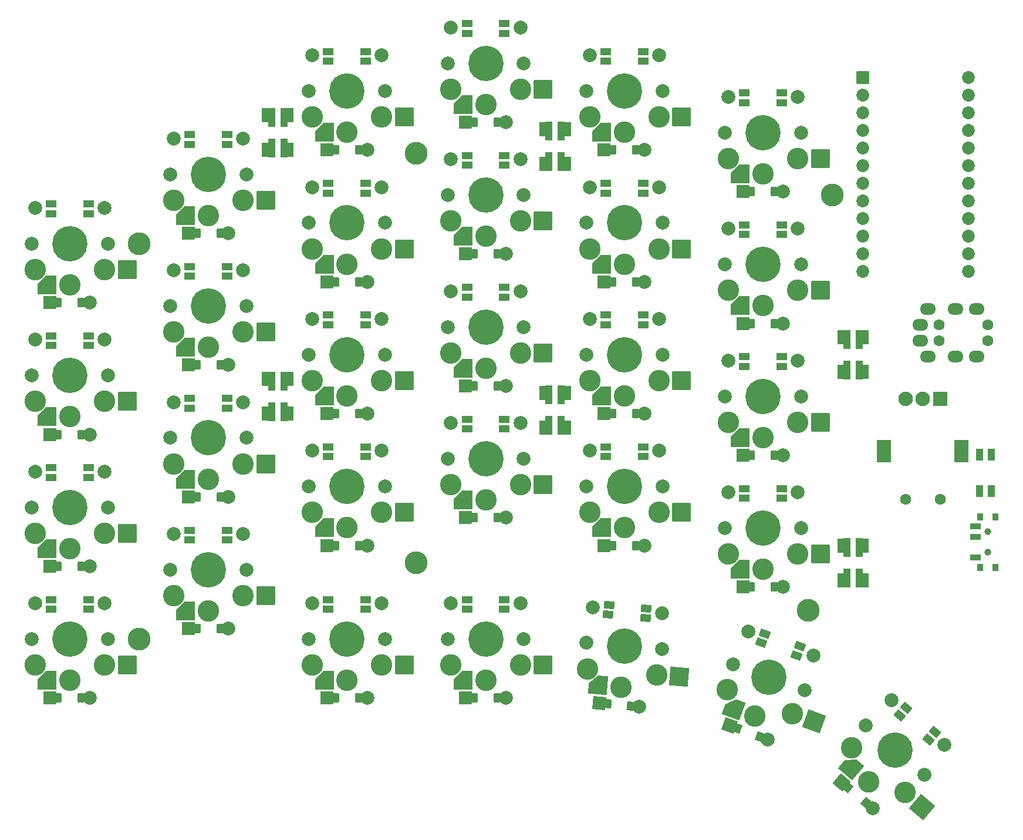
<source format=gbr>
%TF.GenerationSoftware,KiCad,Pcbnew,8.0.4*%
%TF.CreationDate,2024-08-10T13:55:05-06:00*%
%TF.ProjectId,staggered_col58,73746167-6765-4726-9564-5f636f6c3538,0.1*%
%TF.SameCoordinates,Original*%
%TF.FileFunction,Soldermask,Top*%
%TF.FilePolarity,Negative*%
%FSLAX46Y46*%
G04 Gerber Fmt 4.6, Leading zero omitted, Abs format (unit mm)*
G04 Created by KiCad (PCBNEW 8.0.4) date 2024-08-10 13:55:05*
%MOMM*%
%LPD*%
G01*
G04 APERTURE LIST*
G04 Aperture macros list*
%AMRoundRect*
0 Rectangle with rounded corners*
0 $1 Rounding radius*
0 $2 $3 $4 $5 $6 $7 $8 $9 X,Y pos of 4 corners*
0 Add a 4 corners polygon primitive as box body*
4,1,4,$2,$3,$4,$5,$6,$7,$8,$9,$2,$3,0*
0 Add four circle primitives for the rounded corners*
1,1,$1+$1,$2,$3*
1,1,$1+$1,$4,$5*
1,1,$1+$1,$6,$7*
1,1,$1+$1,$8,$9*
0 Add four rect primitives between the rounded corners*
20,1,$1+$1,$2,$3,$4,$5,0*
20,1,$1+$1,$4,$5,$6,$7,0*
20,1,$1+$1,$6,$7,$8,$9,0*
20,1,$1+$1,$8,$9,$2,$3,0*%
%AMFreePoly0*
4,1,14,1.335355,1.335355,1.350000,1.300000,1.350000,-0.117000,1.335355,-0.152355,0.152355,-1.335355,0.117000,-1.350000,-1.300000,-1.350000,-1.335355,-1.335355,-1.350000,-1.300000,-1.350000,1.300000,-1.335355,1.335355,-1.300000,1.350000,1.300000,1.350000,1.335355,1.335355,1.335355,1.335355,$1*%
G04 Aperture macros list end*
%ADD10C,3.300000*%
%ADD11RoundRect,0.050000X-0.876300X0.876300X-0.876300X-0.876300X0.876300X-0.876300X0.876300X0.876300X0*%
%ADD12C,1.852600*%
%ADD13C,5.100000*%
%ADD14C,2.000000*%
%ADD15C,3.100000*%
%ADD16FreePoly0,180.000000*%
%ADD17RoundRect,0.050000X1.300000X1.300000X-1.300000X1.300000X-1.300000X-1.300000X1.300000X-1.300000X0*%
%ADD18FreePoly0,175.000000*%
%ADD19RoundRect,0.050000X1.408356X1.181751X-1.181751X1.408356X-1.408356X-1.181751X1.181751X-1.408356X0*%
%ADD20FreePoly0,160.000000*%
%ADD21RoundRect,0.050000X1.666227X0.776974X-0.776974X1.666227X-1.666227X-0.776974X0.776974X-1.666227X0*%
%ADD22FreePoly0,140.000000*%
%ADD23RoundRect,0.050000X1.831482X0.160234X-0.160234X1.831482X-1.831482X-0.160234X0.160234X-1.831482X0*%
%ADD24RoundRect,0.050000X-0.450000X-0.600000X0.450000X-0.600000X0.450000X0.600000X-0.450000X0.600000X0*%
%ADD25RoundRect,0.050000X-0.889000X-0.889000X0.889000X-0.889000X0.889000X0.889000X-0.889000X0.889000X0*%
%ADD26C,2.005000*%
%ADD27RoundRect,0.050000X-0.500581X-0.558497X0.395994X-0.636937X0.500581X0.558497X-0.395994X0.636937X0*%
%ADD28RoundRect,0.050000X-0.963099X-0.808136X0.808136X-0.963099X0.963099X0.808136X-0.808136X0.963099X0*%
%ADD29RoundRect,0.050000X-0.628074X-0.409907X0.217650X-0.717725X0.628074X0.409907X-0.217650X0.717725X0*%
%ADD30RoundRect,0.050000X-1.139443X-0.531331X0.531331X-1.139443X1.139443X0.531331X-0.531331X1.139443X0*%
%ADD31RoundRect,0.050000X-0.730393X-0.170372X-0.040953X-0.748881X0.730393X0.170372X0.040953X0.748881X0*%
%ADD32RoundRect,0.050000X-1.252452X-0.109575X0.109575X-1.252452X1.252452X0.109575X-0.109575X1.252452X0*%
%ADD33RoundRect,0.050000X-0.700000X-0.500000X0.700000X-0.500000X0.700000X0.500000X-0.700000X0.500000X0*%
%ADD34RoundRect,0.050000X-0.740914X-0.437088X0.653758X-0.559106X0.740914X0.437088X-0.653758X0.559106X0*%
%ADD35RoundRect,0.050000X-0.828795X-0.230432X0.486775X-0.709260X0.828795X0.230432X-0.486775X0.709260X0*%
%ADD36RoundRect,0.050000X-0.857625X0.066929X0.214837X-0.832974X0.857625X-0.066929X-0.214837X0.832974X0*%
%ADD37C,1.600000*%
%ADD38O,2.300000X1.700000*%
%ADD39RoundRect,0.050000X0.500000X-0.775000X0.500000X0.775000X-0.500000X0.775000X-0.500000X-0.775000X0*%
%ADD40RoundRect,0.050000X0.400000X-0.500000X0.400000X0.500000X-0.400000X0.500000X-0.400000X-0.500000X0*%
%ADD41RoundRect,0.050000X0.750000X-0.350000X0.750000X0.350000X-0.750000X0.350000X-0.750000X-0.350000X0*%
%ADD42C,1.000000*%
%ADD43RoundRect,0.050000X-1.000000X1.000000X-1.000000X-1.000000X1.000000X-1.000000X1.000000X1.000000X0*%
%ADD44C,2.100000*%
%ADD45RoundRect,0.050000X-1.000000X1.600000X-1.000000X-1.600000X1.000000X-1.600000X1.000000X1.600000X0*%
%ADD46RoundRect,0.050000X-0.500000X1.300000X-0.500000X-1.300000X0.500000X-1.300000X0.500000X1.300000X0*%
%ADD47RoundRect,0.050000X-0.600000X1.000000X-0.600000X-1.000000X0.600000X-1.000000X0.600000X1.000000X0*%
G04 APERTURE END LIST*
D10*
%TO.C,M3_1*%
X50000000Y-120000000D03*
%TD*%
%TO.C,M3_2*%
X50000000Y-63000000D03*
%TD*%
%TO.C,M3_3*%
X90000000Y-109000000D03*
%TD*%
%TO.C,M3_4*%
X90000000Y-50000000D03*
%TD*%
%TO.C,M3_5*%
X146482000Y-115833900D03*
%TD*%
%TO.C,M3_6*%
X150000000Y-56000000D03*
%TD*%
D11*
%TO.C,MCU1*%
X154380000Y-39030000D03*
D12*
X154380000Y-41570000D03*
X154380000Y-44110000D03*
X154380000Y-46650000D03*
X154380000Y-49190000D03*
X154380000Y-51730000D03*
X154380000Y-54270000D03*
X154380000Y-56810000D03*
X154380000Y-59350000D03*
X154380000Y-61890000D03*
X154380000Y-64430000D03*
X154380000Y-66970000D03*
X169620000Y-39030000D03*
X169620000Y-41570000D03*
X169620000Y-44110000D03*
X169620000Y-46650000D03*
X169620000Y-49190000D03*
X169620000Y-51730000D03*
X169620000Y-54270000D03*
X169620000Y-56810000D03*
X169620000Y-59350000D03*
X169620000Y-61890000D03*
X169620000Y-64430000D03*
X169620000Y-66970000D03*
%TD*%
D13*
%TO.C,SW1*%
X40000000Y-120000000D03*
D14*
X34500000Y-120000000D03*
X45500000Y-120000000D03*
X35000000Y-114850000D03*
X45000000Y-114850000D03*
D15*
X40000000Y-125950000D03*
X45000000Y-123750000D03*
D16*
X36725000Y-125950000D03*
D17*
X48275000Y-123750000D03*
D15*
X35000000Y-123750000D03*
%TD*%
D13*
%TO.C,SW2*%
X40000000Y-101000000D03*
D14*
X34500000Y-101000000D03*
X45500000Y-101000000D03*
X35000000Y-95850000D03*
X45000000Y-95850000D03*
D15*
X40000000Y-106950000D03*
X45000000Y-104750000D03*
D16*
X36725000Y-106950000D03*
D17*
X48275000Y-104750000D03*
D15*
X35000000Y-104750000D03*
%TD*%
D13*
%TO.C,SW3*%
X40000000Y-82000000D03*
D14*
X34500000Y-82000000D03*
X45500000Y-82000000D03*
X35000000Y-76850000D03*
X45000000Y-76850000D03*
D15*
X40000000Y-87950000D03*
X45000000Y-85750000D03*
D16*
X36725000Y-87950000D03*
D17*
X48275000Y-85750000D03*
D15*
X35000000Y-85750000D03*
%TD*%
D13*
%TO.C,SW4*%
X40000000Y-63000000D03*
D14*
X34500000Y-63000000D03*
X45500000Y-63000000D03*
X35000000Y-57850000D03*
X45000000Y-57850000D03*
D15*
X40000000Y-68950000D03*
X45000000Y-66750000D03*
D16*
X36725000Y-68950000D03*
D17*
X48275000Y-66750000D03*
D15*
X35000000Y-66750000D03*
%TD*%
D13*
%TO.C,SW5*%
X60000000Y-110000000D03*
D14*
X54500000Y-110000000D03*
X65500000Y-110000000D03*
X55000000Y-104850000D03*
X65000000Y-104850000D03*
D15*
X60000000Y-115950000D03*
X65000000Y-113750000D03*
D16*
X56725000Y-115950000D03*
D17*
X68275000Y-113750000D03*
D15*
X55000000Y-113750000D03*
%TD*%
D13*
%TO.C,SW6*%
X60000000Y-91000000D03*
D14*
X54500000Y-91000000D03*
X65500000Y-91000000D03*
X55000000Y-85850000D03*
X65000000Y-85850000D03*
D15*
X60000000Y-96950000D03*
X65000000Y-94750000D03*
D16*
X56725000Y-96950000D03*
D17*
X68275000Y-94750000D03*
D15*
X55000000Y-94750000D03*
%TD*%
D13*
%TO.C,SW7*%
X60000000Y-72000000D03*
D14*
X54500000Y-72000000D03*
X65500000Y-72000000D03*
X55000000Y-66850000D03*
X65000000Y-66850000D03*
D15*
X60000000Y-77950000D03*
X65000000Y-75750000D03*
D16*
X56725000Y-77950000D03*
D17*
X68275000Y-75750000D03*
D15*
X55000000Y-75750000D03*
%TD*%
D13*
%TO.C,SW8*%
X60000000Y-53000000D03*
D14*
X54500000Y-53000000D03*
X65500000Y-53000000D03*
X55000000Y-47850000D03*
X65000000Y-47850000D03*
D15*
X60000000Y-58950000D03*
X65000000Y-56750000D03*
D16*
X56725000Y-58950000D03*
D17*
X68275000Y-56750000D03*
D15*
X55000000Y-56750000D03*
%TD*%
D13*
%TO.C,SW9*%
X80000000Y-98000000D03*
D14*
X74500000Y-98000000D03*
X85500000Y-98000000D03*
X75000000Y-92850000D03*
X85000000Y-92850000D03*
D15*
X80000000Y-103950000D03*
X85000000Y-101750000D03*
D16*
X76725000Y-103950000D03*
D17*
X88275000Y-101750000D03*
D15*
X75000000Y-101750000D03*
%TD*%
D13*
%TO.C,SW10*%
X80000000Y-79000000D03*
D14*
X74500000Y-79000000D03*
X85500000Y-79000000D03*
X75000000Y-73850000D03*
X85000000Y-73850000D03*
D15*
X80000000Y-84950000D03*
X85000000Y-82750000D03*
D16*
X76725000Y-84950000D03*
D17*
X88275000Y-82750000D03*
D15*
X75000000Y-82750000D03*
%TD*%
D13*
%TO.C,SW11*%
X80000000Y-60000000D03*
D14*
X74500000Y-60000000D03*
X85500000Y-60000000D03*
X75000000Y-54850000D03*
X85000000Y-54850000D03*
D15*
X80000000Y-65950000D03*
X85000000Y-63750000D03*
D16*
X76725000Y-65950000D03*
D17*
X88275000Y-63750000D03*
D15*
X75000000Y-63750000D03*
%TD*%
D13*
%TO.C,SW12*%
X80000000Y-41000000D03*
D14*
X74500000Y-41000000D03*
X85500000Y-41000000D03*
X75000000Y-35850000D03*
X85000000Y-35850000D03*
D15*
X80000000Y-46950000D03*
X85000000Y-44750000D03*
D16*
X76725000Y-46950000D03*
D17*
X88275000Y-44750000D03*
D15*
X75000000Y-44750000D03*
%TD*%
D13*
%TO.C,SW13*%
X100000000Y-94000000D03*
D14*
X94500000Y-94000000D03*
X105500000Y-94000000D03*
X95000000Y-88850000D03*
X105000000Y-88850000D03*
D15*
X100000000Y-99950000D03*
X105000000Y-97750000D03*
D16*
X96725000Y-99950000D03*
D17*
X108275000Y-97750000D03*
D15*
X95000000Y-97750000D03*
%TD*%
D13*
%TO.C,SW14*%
X100000000Y-75000000D03*
D14*
X94500000Y-75000000D03*
X105500000Y-75000000D03*
X95000000Y-69850000D03*
X105000000Y-69850000D03*
D15*
X100000000Y-80950000D03*
X105000000Y-78750000D03*
D16*
X96725000Y-80950000D03*
D17*
X108275000Y-78750000D03*
D15*
X95000000Y-78750000D03*
%TD*%
D13*
%TO.C,SW15*%
X100000000Y-56000000D03*
D14*
X94500000Y-56000000D03*
X105500000Y-56000000D03*
X95000000Y-50850000D03*
X105000000Y-50850000D03*
D15*
X100000000Y-61950000D03*
X105000000Y-59750000D03*
D16*
X96725000Y-61950000D03*
D17*
X108275000Y-59750000D03*
D15*
X95000000Y-59750000D03*
%TD*%
D13*
%TO.C,SW16*%
X100000000Y-37000000D03*
D14*
X94500000Y-37000000D03*
X105500000Y-37000000D03*
X95000000Y-31850000D03*
X105000000Y-31850000D03*
D15*
X100000000Y-42950000D03*
X105000000Y-40750000D03*
D16*
X96725000Y-42950000D03*
D17*
X108275000Y-40750000D03*
D15*
X95000000Y-40750000D03*
%TD*%
D13*
%TO.C,SW17*%
X120000000Y-98000000D03*
D14*
X114500000Y-98000000D03*
X125500000Y-98000000D03*
X115000000Y-92850000D03*
X125000000Y-92850000D03*
D15*
X120000000Y-103950000D03*
X125000000Y-101750000D03*
D16*
X116725000Y-103950000D03*
D17*
X128275000Y-101750000D03*
D15*
X115000000Y-101750000D03*
%TD*%
D13*
%TO.C,SW18*%
X120000000Y-79000000D03*
D14*
X114500000Y-79000000D03*
X125500000Y-79000000D03*
X115000000Y-73850000D03*
X125000000Y-73850000D03*
D15*
X120000000Y-84950000D03*
X125000000Y-82750000D03*
D16*
X116725000Y-84950000D03*
D17*
X128275000Y-82750000D03*
D15*
X115000000Y-82750000D03*
%TD*%
D13*
%TO.C,SW19*%
X120000000Y-60000000D03*
D14*
X114500000Y-60000000D03*
X125500000Y-60000000D03*
X115000000Y-54850000D03*
X125000000Y-54850000D03*
D15*
X120000000Y-65950000D03*
X125000000Y-63750000D03*
D16*
X116725000Y-65950000D03*
D17*
X128275000Y-63750000D03*
D15*
X115000000Y-63750000D03*
%TD*%
D13*
%TO.C,SW20*%
X120000000Y-41000000D03*
D14*
X114500000Y-41000000D03*
X125500000Y-41000000D03*
X115000000Y-35850000D03*
X125000000Y-35850000D03*
D15*
X120000000Y-46950000D03*
X125000000Y-44750000D03*
D16*
X116725000Y-46950000D03*
D17*
X128275000Y-44750000D03*
D15*
X115000000Y-44750000D03*
%TD*%
D13*
%TO.C,SW21*%
X140000000Y-104000000D03*
D14*
X134500000Y-104000000D03*
X145500000Y-104000000D03*
X135000000Y-98850000D03*
X145000000Y-98850000D03*
D15*
X140000000Y-109950000D03*
X145000000Y-107750000D03*
D16*
X136725000Y-109950000D03*
D17*
X148275000Y-107750000D03*
D15*
X135000000Y-107750000D03*
%TD*%
D13*
%TO.C,SW22*%
X140000000Y-85000000D03*
D14*
X134500000Y-85000000D03*
X145500000Y-85000000D03*
X135000000Y-79850000D03*
X145000000Y-79850000D03*
D15*
X140000000Y-90950000D03*
X145000000Y-88750000D03*
D16*
X136725000Y-90950000D03*
D17*
X148275000Y-88750000D03*
D15*
X135000000Y-88750000D03*
%TD*%
D13*
%TO.C,SW23*%
X140000000Y-66000000D03*
D14*
X134500000Y-66000000D03*
X145500000Y-66000000D03*
X135000000Y-60850000D03*
X145000000Y-60850000D03*
D15*
X140000000Y-71950000D03*
X145000000Y-69750000D03*
D16*
X136725000Y-71950000D03*
D17*
X148275000Y-69750000D03*
D15*
X135000000Y-69750000D03*
%TD*%
D13*
%TO.C,SW24*%
X140000000Y-47000000D03*
D14*
X134500000Y-47000000D03*
X145500000Y-47000000D03*
X135000000Y-41850000D03*
X145000000Y-41850000D03*
D15*
X140000000Y-52950000D03*
X145000000Y-50750000D03*
D16*
X136725000Y-52950000D03*
D17*
X148275000Y-50750000D03*
D15*
X135000000Y-50750000D03*
%TD*%
D13*
%TO.C,SW25*%
X80000000Y-120000000D03*
D14*
X74500000Y-120000000D03*
X85500000Y-120000000D03*
X75000000Y-114850000D03*
X85000000Y-114850000D03*
D15*
X80000000Y-125950000D03*
X85000000Y-123750000D03*
D16*
X76725000Y-125950000D03*
D17*
X88275000Y-123750000D03*
D15*
X75000000Y-123750000D03*
%TD*%
D13*
%TO.C,SW26*%
X100000000Y-120000000D03*
D14*
X94500000Y-120000000D03*
X105500000Y-120000000D03*
X95000000Y-114850000D03*
X105000000Y-114850000D03*
D15*
X100000000Y-125950000D03*
X105000000Y-123750000D03*
D16*
X96725000Y-125950000D03*
D17*
X108275000Y-123750000D03*
D15*
X95000000Y-123750000D03*
%TD*%
D13*
%TO.C,SW27*%
X120000000Y-121000000D03*
D14*
X114520929Y-120520643D03*
X125479071Y-121479357D03*
X115467879Y-115433819D03*
X125429826Y-116305376D03*
D15*
X119481423Y-126927358D03*
X124654139Y-125171509D03*
D18*
X116218886Y-126641923D03*
D19*
X127916677Y-125456944D03*
D15*
X114692192Y-124299951D03*
%TD*%
D13*
%TO.C,SW28*%
X140840400Y-125486500D03*
D14*
X135672091Y-123605389D03*
X146008709Y-127367611D03*
X137903341Y-118936982D03*
X147300267Y-122357184D03*
D15*
X138805380Y-131077671D03*
X144256288Y-130720448D03*
D20*
X135727887Y-129957555D03*
D21*
X147333781Y-131840564D03*
D15*
X134859361Y-127300247D03*
%TD*%
D13*
%TO.C,SW29*%
X159049300Y-135999400D03*
D14*
X154836056Y-132464068D03*
X163262544Y-139534732D03*
X158529434Y-128840333D03*
X166189878Y-135268209D03*
D15*
X155224714Y-140557364D03*
X160469069Y-142086005D03*
D22*
X152715918Y-138452235D03*
D23*
X162977864Y-144191134D03*
D15*
X152808624Y-135658129D03*
%TD*%
D24*
%TO.C,D1*%
X38350000Y-128500000D03*
X41650000Y-128500000D03*
D25*
X37100000Y-128500000D03*
D26*
X42900000Y-128500000D03*
%TD*%
D24*
%TO.C,D2*%
X38350000Y-109500000D03*
X41650000Y-109500000D03*
D25*
X37100000Y-109500000D03*
D26*
X42900000Y-109500000D03*
%TD*%
D24*
%TO.C,D3*%
X38350000Y-90500000D03*
X41650000Y-90500000D03*
D25*
X37100000Y-90500000D03*
D26*
X42900000Y-90500000D03*
%TD*%
D24*
%TO.C,D4*%
X38350000Y-71500000D03*
X41650000Y-71500000D03*
D25*
X37100000Y-71500000D03*
D26*
X42900000Y-71500000D03*
%TD*%
D24*
%TO.C,D5*%
X58350000Y-118500000D03*
X61650000Y-118500000D03*
D25*
X57100000Y-118500000D03*
D26*
X62900000Y-118500000D03*
%TD*%
D24*
%TO.C,D6*%
X58350000Y-99500000D03*
X61650000Y-99500000D03*
D25*
X57100000Y-99500000D03*
D26*
X62900000Y-99500000D03*
%TD*%
D24*
%TO.C,D7*%
X58350000Y-80500000D03*
X61650000Y-80500000D03*
D25*
X57100000Y-80500000D03*
D26*
X62900000Y-80500000D03*
%TD*%
D24*
%TO.C,D8*%
X58350000Y-61500000D03*
X61650000Y-61500000D03*
D25*
X57100000Y-61500000D03*
D26*
X62900000Y-61500000D03*
%TD*%
D24*
%TO.C,D9*%
X78350000Y-106500000D03*
X81650000Y-106500000D03*
D25*
X77100000Y-106500000D03*
D26*
X82900000Y-106500000D03*
%TD*%
D24*
%TO.C,D10*%
X78350000Y-87500000D03*
X81650000Y-87500000D03*
D25*
X77100000Y-87500000D03*
D26*
X82900000Y-87500000D03*
%TD*%
D24*
%TO.C,D11*%
X78350000Y-68500000D03*
X81650000Y-68500000D03*
D25*
X77100000Y-68500000D03*
D26*
X82900000Y-68500000D03*
%TD*%
D24*
%TO.C,D12*%
X78350000Y-49500000D03*
X81650000Y-49500000D03*
D25*
X77100000Y-49500000D03*
D26*
X82900000Y-49500000D03*
%TD*%
D24*
%TO.C,D13*%
X98350000Y-102500000D03*
X101650000Y-102500000D03*
D25*
X97100000Y-102500000D03*
D26*
X102900000Y-102500000D03*
%TD*%
D24*
%TO.C,D14*%
X98350000Y-83500000D03*
X101650000Y-83500000D03*
D25*
X97100000Y-83500000D03*
D26*
X102900000Y-83500000D03*
%TD*%
D24*
%TO.C,D15*%
X98350000Y-64500000D03*
X101650000Y-64500000D03*
D25*
X97100000Y-64500000D03*
D26*
X102900000Y-64500000D03*
%TD*%
D24*
%TO.C,D16*%
X98350000Y-45500000D03*
X101650000Y-45500000D03*
D25*
X97100000Y-45500000D03*
D26*
X102900000Y-45500000D03*
%TD*%
D24*
%TO.C,D17*%
X118350000Y-106500000D03*
X121650000Y-106500000D03*
D25*
X117100000Y-106500000D03*
D26*
X122900000Y-106500000D03*
%TD*%
D24*
%TO.C,D18*%
X118350000Y-87500000D03*
X121650000Y-87500000D03*
D25*
X117100000Y-87500000D03*
D26*
X122900000Y-87500000D03*
%TD*%
D24*
%TO.C,D19*%
X118350000Y-68500000D03*
X121650000Y-68500000D03*
D25*
X117100000Y-68500000D03*
D26*
X122900000Y-68500000D03*
%TD*%
D24*
%TO.C,D20*%
X118350000Y-49500000D03*
X121650000Y-49500000D03*
D25*
X117100000Y-49500000D03*
D26*
X122900000Y-49500000D03*
%TD*%
D24*
%TO.C,D21*%
X138350000Y-112500000D03*
X141650000Y-112500000D03*
D25*
X137100000Y-112500000D03*
D26*
X142900000Y-112500000D03*
%TD*%
D24*
%TO.C,D22*%
X138350000Y-93500000D03*
X141650000Y-93500000D03*
D25*
X137100000Y-93500000D03*
D26*
X142900000Y-93500000D03*
%TD*%
D24*
%TO.C,D23*%
X138350000Y-74500000D03*
X141650000Y-74500000D03*
D25*
X137100000Y-74500000D03*
D26*
X142900000Y-74500000D03*
%TD*%
D24*
%TO.C,D24*%
X138350000Y-55500000D03*
X141650000Y-55500000D03*
D25*
X137100000Y-55500000D03*
D26*
X142900000Y-55500000D03*
%TD*%
D24*
%TO.C,D25*%
X78350000Y-128500000D03*
X81650000Y-128500000D03*
D25*
X77100000Y-128500000D03*
D26*
X82900000Y-128500000D03*
%TD*%
D24*
%TO.C,D26*%
X98350000Y-128500000D03*
X101650000Y-128500000D03*
D25*
X97100000Y-128500000D03*
D26*
X102900000Y-128500000D03*
%TD*%
D27*
%TO.C,D27*%
X117615479Y-129323893D03*
X120902921Y-129611507D03*
D28*
X116370235Y-129214948D03*
D26*
X122148165Y-129720452D03*
%TD*%
D29*
%TO.C,D28*%
X136382707Y-132909567D03*
X139483693Y-134038233D03*
D30*
X135208091Y-132482042D03*
D26*
X140658309Y-134465758D03*
%TD*%
D31*
%TO.C,D29*%
X152321627Y-141450200D03*
X154849573Y-143571400D03*
D32*
X151364071Y-140646716D03*
D26*
X155807129Y-144374884D03*
%TD*%
D33*
%TO.C,L1*%
X37300000Y-114300000D03*
X37300000Y-115700000D03*
X42700000Y-114300000D03*
X42700000Y-115700000D03*
%TD*%
%TO.C,L2*%
X37300000Y-95300000D03*
X37300000Y-96700000D03*
X42700000Y-95300000D03*
X42700000Y-96700000D03*
%TD*%
%TO.C,L3*%
X37300000Y-76300000D03*
X37300000Y-77700000D03*
X42700000Y-76300000D03*
X42700000Y-77700000D03*
%TD*%
%TO.C,L4*%
X37300000Y-57300000D03*
X37300000Y-58700000D03*
X42700000Y-57300000D03*
X42700000Y-58700000D03*
%TD*%
%TO.C,L5*%
X57300000Y-104300000D03*
X57300000Y-105700000D03*
X62700000Y-104300000D03*
X62700000Y-105700000D03*
%TD*%
%TO.C,L6*%
X57300000Y-85300000D03*
X57300000Y-86700000D03*
X62700000Y-85300000D03*
X62700000Y-86700000D03*
%TD*%
%TO.C,L7*%
X57300000Y-66300000D03*
X57300000Y-67700000D03*
X62700000Y-66300000D03*
X62700000Y-67700000D03*
%TD*%
%TO.C,L8*%
X57300000Y-47300000D03*
X57300000Y-48700000D03*
X62700000Y-47300000D03*
X62700000Y-48700000D03*
%TD*%
%TO.C,L9*%
X77300000Y-92300000D03*
X77300000Y-93700000D03*
X82700000Y-92300000D03*
X82700000Y-93700000D03*
%TD*%
%TO.C,L10*%
X77300000Y-73300000D03*
X77300000Y-74700000D03*
X82700000Y-73300000D03*
X82700000Y-74700000D03*
%TD*%
%TO.C,L11*%
X77300000Y-54300000D03*
X77300000Y-55700000D03*
X82700000Y-54300000D03*
X82700000Y-55700000D03*
%TD*%
%TO.C,L12*%
X77300000Y-35300000D03*
X77300000Y-36700000D03*
X82700000Y-35300000D03*
X82700000Y-36700000D03*
%TD*%
%TO.C,L13*%
X97300000Y-88300000D03*
X97300000Y-89700000D03*
X102700000Y-88300000D03*
X102700000Y-89700000D03*
%TD*%
%TO.C,L14*%
X97300000Y-69300000D03*
X97300000Y-70700000D03*
X102700000Y-69300000D03*
X102700000Y-70700000D03*
%TD*%
%TO.C,L15*%
X97300000Y-50300000D03*
X97300000Y-51700000D03*
X102700000Y-50300000D03*
X102700000Y-51700000D03*
%TD*%
%TO.C,L16*%
X97300000Y-31300000D03*
X97300000Y-32700000D03*
X102700000Y-31300000D03*
X102700000Y-32700000D03*
%TD*%
%TO.C,L17*%
X117300000Y-92300000D03*
X117300000Y-93700000D03*
X122700000Y-92300000D03*
X122700000Y-93700000D03*
%TD*%
%TO.C,L18*%
X117300000Y-73300000D03*
X117300000Y-74700000D03*
X122700000Y-73300000D03*
X122700000Y-74700000D03*
%TD*%
%TO.C,L19*%
X117300000Y-54300000D03*
X117300000Y-55700000D03*
X122700000Y-54300000D03*
X122700000Y-55700000D03*
%TD*%
%TO.C,L20*%
X117300000Y-35300000D03*
X117300000Y-36700000D03*
X122700000Y-35300000D03*
X122700000Y-36700000D03*
%TD*%
%TO.C,L21*%
X137300000Y-98300000D03*
X137300000Y-99700000D03*
X142700000Y-98300000D03*
X142700000Y-99700000D03*
%TD*%
%TO.C,L22*%
X137300000Y-79300000D03*
X137300000Y-80700000D03*
X142700000Y-79300000D03*
X142700000Y-80700000D03*
%TD*%
%TO.C,L23*%
X137300000Y-60300000D03*
X137300000Y-61700000D03*
X142700000Y-60300000D03*
X142700000Y-61700000D03*
%TD*%
%TO.C,L24*%
X137300000Y-41300000D03*
X137300000Y-42700000D03*
X142700000Y-41300000D03*
X142700000Y-42700000D03*
%TD*%
%TO.C,L25*%
X77300000Y-114300000D03*
X77300000Y-115700000D03*
X82700000Y-114300000D03*
X82700000Y-115700000D03*
%TD*%
%TO.C,L26*%
X97300000Y-114300000D03*
X97300000Y-115700000D03*
X102700000Y-114300000D03*
X102700000Y-115700000D03*
%TD*%
D34*
%TO.C,L27*%
X117807083Y-115086343D03*
X117685065Y-116481016D03*
X123186535Y-115556984D03*
X123064517Y-116951657D03*
%TD*%
D35*
%TO.C,L28*%
X140252744Y-119206761D03*
X139773916Y-120522330D03*
X145327084Y-121053670D03*
X144848256Y-122369239D03*
%TD*%
D36*
%TO.C,L29*%
X160644931Y-129897442D03*
X159745029Y-130969905D03*
X164781571Y-133368495D03*
X163881669Y-134440958D03*
%TD*%
D37*
%TO.C,TRRS1*%
X165400000Y-74700000D03*
X172400000Y-74700000D03*
X165400000Y-77000000D03*
X172400000Y-77000000D03*
D38*
X162700000Y-74700000D03*
X163800000Y-79300000D03*
X167800000Y-79300000D03*
X170800000Y-79300000D03*
X162700000Y-77000000D03*
X163800000Y-72400000D03*
X167800000Y-72400000D03*
X170800000Y-72400000D03*
%TD*%
D39*
%TO.C,RST1*%
X172950000Y-98625000D03*
X171250000Y-98625000D03*
X172950000Y-93375000D03*
X171250000Y-93375000D03*
%TD*%
D40*
%TO.C,PWR1*%
X173525000Y-102350000D03*
X171315000Y-102350000D03*
X171315000Y-109650000D03*
X173525000Y-109650000D03*
D41*
X170665000Y-108250000D03*
X170665000Y-105250000D03*
X170665000Y-103750000D03*
D42*
X172425000Y-104500000D03*
X172425000Y-107500000D03*
%TD*%
D43*
%TO.C,Rotary1*%
X165540000Y-85380000D03*
D44*
X163040000Y-85380000D03*
X160540000Y-85380000D03*
D37*
X165540000Y-99880000D03*
X160540000Y-99880000D03*
D45*
X168640000Y-92880000D03*
X157440000Y-92880000D03*
%TD*%
D46*
%TO.C,UA_1*%
X70875000Y-82800000D03*
X69125000Y-82800000D03*
X69125000Y-87200000D03*
X70875000Y-87200000D03*
D47*
X71600000Y-82500000D03*
X68400000Y-82500000D03*
X68400000Y-87500000D03*
X71600000Y-87500000D03*
%TD*%
D46*
%TO.C,UA_2*%
X70875000Y-44800000D03*
X69125000Y-44800000D03*
X69125000Y-49200000D03*
X70875000Y-49200000D03*
D47*
X71600000Y-44500000D03*
X68400000Y-44500000D03*
X68400000Y-49500000D03*
X71600000Y-49500000D03*
%TD*%
D46*
%TO.C,UA_3*%
X110875000Y-84800000D03*
X109125000Y-84800000D03*
X109125000Y-89200000D03*
X110875000Y-89200000D03*
D47*
X111600000Y-84500000D03*
X108400000Y-84500000D03*
X108400000Y-89500000D03*
X111600000Y-89500000D03*
%TD*%
D46*
%TO.C,UA_4*%
X110875000Y-46800000D03*
X109125000Y-46800000D03*
X109125000Y-51200000D03*
X110875000Y-51200000D03*
D47*
X111600000Y-46500000D03*
X108400000Y-46500000D03*
X108400000Y-51500000D03*
X111600000Y-51500000D03*
%TD*%
D46*
%TO.C,UA_5*%
X153875000Y-106800000D03*
X152125000Y-106800000D03*
X152125000Y-111200000D03*
X153875000Y-111200000D03*
D47*
X154600000Y-106500000D03*
X151400000Y-106500000D03*
X151400000Y-111500000D03*
X154600000Y-111500000D03*
%TD*%
D46*
%TO.C,UA_6*%
X153875000Y-76800000D03*
X152125000Y-76800000D03*
X152125000Y-81200000D03*
X153875000Y-81200000D03*
D47*
X154600000Y-76500000D03*
X151400000Y-76500000D03*
X151400000Y-81500000D03*
X154600000Y-81500000D03*
%TD*%
M02*

</source>
